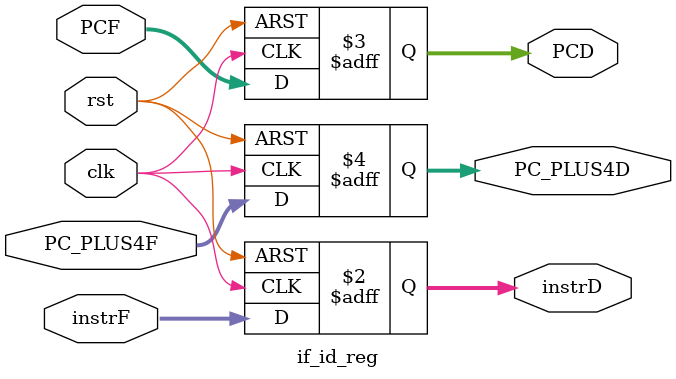
<source format=v>
module if_id_reg (
    input         clk,
    input         rst,

    input  [31:0] instrF,
    input  [31:0] PCF,
    input  [31:0] PC_PLUS4F,

    output reg [31:0] instrD,
    output reg [31:0] PCD,
    output reg [31:0] PC_PLUS4D
);

    always @(posedge clk or posedge rst) begin
        if (rst) begin
            instrD     <= 32'b0;
            PCD        <= 32'b0;
            PC_PLUS4D  <= 32'b0;
        end else begin
            instrD     <= instrF;
            PCD        <= PCF;
            PC_PLUS4D  <= PC_PLUS4F;
        end
    end

endmodule

</source>
